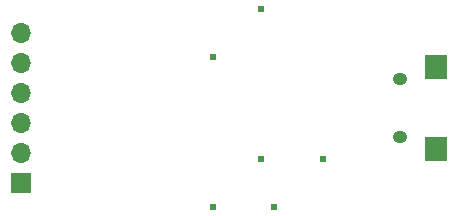
<source format=gbr>
G04 #@! TF.FileFunction,Soldermask,Bot*
%FSLAX46Y46*%
G04 Gerber Fmt 4.6, Leading zero omitted, Abs format (unit mm)*
G04 Created by KiCad (PCBNEW 4.0.5+dfsg1-4~bpo8+1) date Mon Mar  5 20:33:18 2018*
%MOMM*%
%LPD*%
G01*
G04 APERTURE LIST*
%ADD10C,0.100000*%
%ADD11R,1.700000X1.700000*%
%ADD12O,1.700000X1.700000*%
%ADD13O,1.250000X1.050000*%
%ADD14R,1.900000X2.100000*%
%ADD15C,0.610000*%
G04 APERTURE END LIST*
D10*
D11*
X36449000Y-57150000D03*
D12*
X36449000Y-54610000D03*
X36449000Y-52070000D03*
X36449000Y-49530000D03*
X36449000Y-46990000D03*
X36449000Y-44450000D03*
D13*
X68555000Y-53225000D03*
X68555000Y-48375000D03*
D14*
X71555000Y-47300000D03*
X71555000Y-54300000D03*
D15*
X56787000Y-42400000D03*
X52687000Y-46500000D03*
X56787000Y-55100000D03*
X52687000Y-59200000D03*
X61994000Y-55100000D03*
X57894000Y-59200000D03*
M02*

</source>
